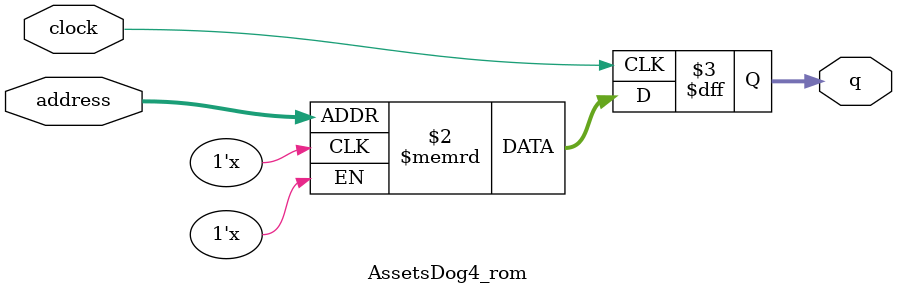
<source format=sv>
module AssetsDog4_rom (
	input logic clock,
	input logic [11:0] address,
	output logic [3:0] q
);

logic [3:0] memory [0:2199] /* synthesis ram_init_file = "./AssetsDog4/AssetsDog4.mif" */;

always_ff @ (posedge clock) begin
	q <= memory[address];
end

endmodule

</source>
